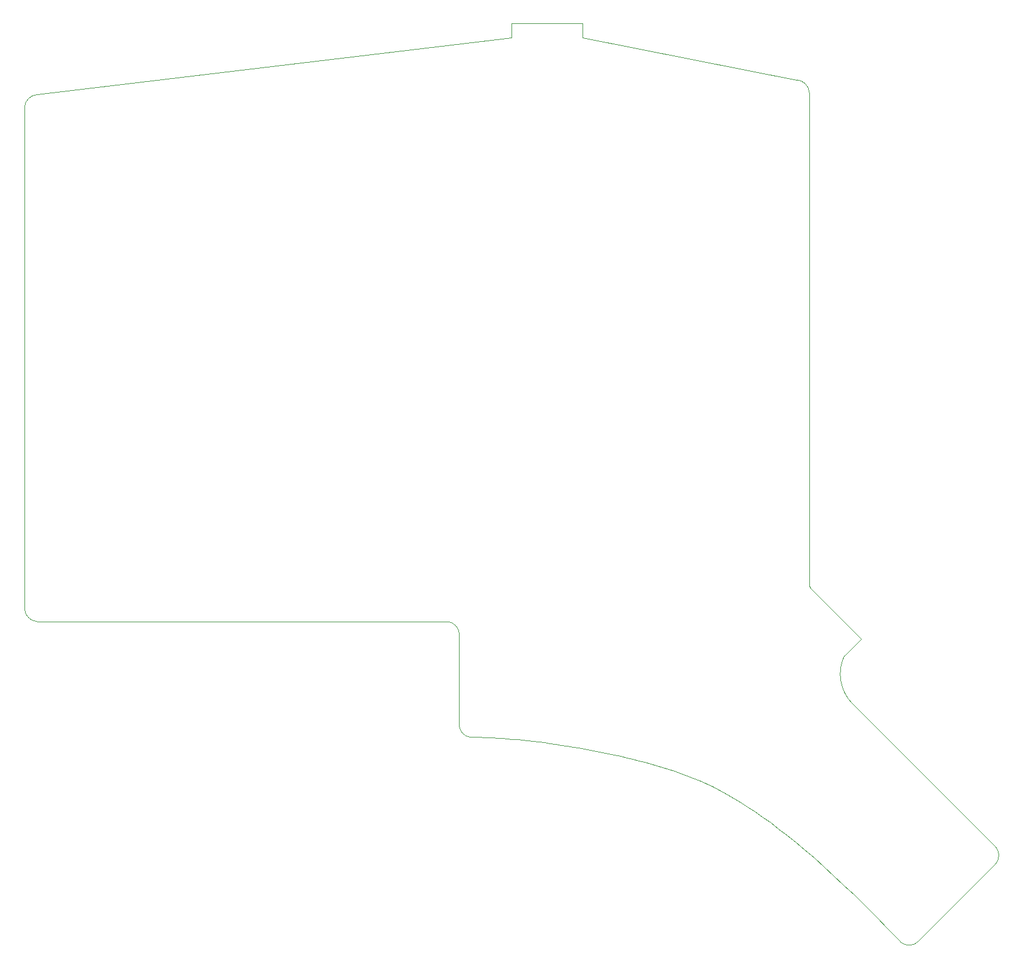
<source format=gbr>
%TF.GenerationSoftware,KiCad,Pcbnew,(6.0.7)*%
%TF.CreationDate,2022-09-06T15:04:58+03:00*%
%TF.ProjectId,retina-left,72657469-6e61-42d6-9c65-66742e6b6963,1.0*%
%TF.SameCoordinates,Original*%
%TF.FileFunction,Profile,NP*%
%FSLAX46Y46*%
G04 Gerber Fmt 4.6, Leading zero omitted, Abs format (unit mm)*
G04 Created by KiCad (PCBNEW (6.0.7)) date 2022-09-06 15:04:58*
%MOMM*%
%LPD*%
G01*
G04 APERTURE LIST*
%ADD10C,0.050000*%
%TA.AperFunction,Profile*%
%ADD11C,0.050000*%
%TD*%
G04 APERTURE END LIST*
D10*
X238790652Y-171626029D02*
X238851594Y-171694687D01*
X238908546Y-171765538D01*
X238961509Y-171838434D01*
X239010484Y-171913224D01*
X239055472Y-171989762D01*
X239096475Y-172067898D01*
X239133494Y-172147484D01*
X239166531Y-172228372D01*
X239195586Y-172310412D01*
X239220660Y-172393457D01*
X239241757Y-172477358D01*
X239258876Y-172561966D01*
X239272018Y-172647132D01*
X239281186Y-172732709D01*
X239286381Y-172818548D01*
X239287603Y-172904500D01*
X239284855Y-172990417D01*
X239278137Y-173076150D01*
X239267451Y-173161551D01*
X239252798Y-173246471D01*
X239234180Y-173330762D01*
X239211598Y-173414275D01*
X239185052Y-173496861D01*
X239154545Y-173578373D01*
X239120078Y-173658661D01*
X239081652Y-173737577D01*
X239039268Y-173814973D01*
X238992928Y-173890700D01*
X238942633Y-173964609D01*
X238888384Y-174036553D01*
X238830183Y-174106382D01*
X238768032Y-174173948D01*
D11*
X219824199Y-142242017D02*
X217438826Y-144627391D01*
D10*
X189096378Y-159714507D02*
X189946230Y-159941006D01*
X190795342Y-160177136D01*
X191645605Y-160425593D01*
X192498912Y-160689073D01*
X193357153Y-160970270D01*
X194222220Y-161271880D01*
X195096005Y-161596600D01*
X195980401Y-161947124D01*
X196877298Y-162326148D01*
X197788588Y-162736367D01*
X198716164Y-163180477D01*
X199661916Y-163661173D01*
X200627736Y-164181151D01*
X201615517Y-164743107D01*
X202627150Y-165349736D01*
X203664527Y-166003733D01*
X204729539Y-166707794D01*
X205824078Y-167464615D01*
X206950036Y-168276891D01*
X208109305Y-169147317D01*
X209303776Y-170078589D01*
X210535341Y-171073402D01*
X211805892Y-172134453D01*
X213117320Y-173264436D01*
X214471518Y-174466048D01*
X215870376Y-175741983D01*
X217315787Y-177094937D01*
X218809643Y-178527605D01*
X220353835Y-180042684D01*
X221950255Y-181642868D01*
X223600794Y-183330853D01*
X225307345Y-185109336D01*
D11*
X101143977Y-66853724D02*
X101143987Y-137993700D01*
X227855264Y-185086716D02*
X238768032Y-174173948D01*
X102929883Y-65067779D02*
G75*
G03*
X101143977Y-66853724I127517J-1913421D01*
G01*
X212466973Y-134515930D02*
G75*
G03*
X212892987Y-135310213I1048227J50830D01*
G01*
X217438863Y-144627408D02*
G75*
G03*
X218614684Y-151450061I5422137J-2578192D01*
G01*
X180320256Y-57030971D02*
X180320256Y-54947384D01*
X162756099Y-141565441D02*
X162756099Y-154364238D01*
X210681099Y-62984073D02*
X180320256Y-57030971D01*
X180320256Y-54947384D02*
X170199992Y-54947384D01*
D10*
X162756169Y-154364238D02*
X162761625Y-154455879D01*
X162771453Y-154546250D01*
X162785547Y-154635245D01*
X162803802Y-154722761D01*
X162826110Y-154808692D01*
X162852367Y-154892936D01*
X162882467Y-154975389D01*
X162916303Y-155055945D01*
X162953769Y-155134501D01*
X162994760Y-155210953D01*
X163039169Y-155285197D01*
X163086891Y-155357129D01*
X163137820Y-155426644D01*
X163191849Y-155493639D01*
X163248873Y-155558010D01*
X163308786Y-155619652D01*
X163371482Y-155678461D01*
X163436855Y-155734333D01*
X163504798Y-155787164D01*
X163575207Y-155836851D01*
X163647975Y-155883288D01*
X163722995Y-155926372D01*
X163800163Y-155965999D01*
X163879372Y-156002065D01*
X163960517Y-156034465D01*
X164043490Y-156063096D01*
X164128187Y-156087854D01*
X164214501Y-156108633D01*
X164302327Y-156125331D01*
X164391558Y-156137843D01*
X164482089Y-156146065D01*
X164573814Y-156149894D01*
D11*
X212892987Y-135310213D02*
X219824199Y-142242017D01*
D10*
X162232977Y-140302602D02*
X162168805Y-140241532D01*
X162101984Y-140183964D01*
X162032658Y-140129956D01*
X161960974Y-140079571D01*
X161887079Y-140032867D01*
X161811120Y-139989907D01*
X161733241Y-139950750D01*
X161653591Y-139915457D01*
X161572314Y-139884089D01*
X161489558Y-139856707D01*
X161405469Y-139833371D01*
X161320194Y-139814141D01*
X161233878Y-139799079D01*
X161146668Y-139788245D01*
X161058711Y-139781700D01*
X160970153Y-139779505D01*
D11*
X101143975Y-137993701D02*
G75*
G03*
X102929903Y-139779625I1913325J127401D01*
G01*
X102929903Y-139779625D02*
X160969997Y-139779514D01*
X170199992Y-57030971D02*
X102929883Y-65067784D01*
X212467025Y-121622161D02*
X212467025Y-134515927D01*
X212467028Y-64770015D02*
G75*
G03*
X210681099Y-62984073I-1913328J-127385D01*
G01*
D10*
X162756039Y-141565441D02*
X162753845Y-141476882D01*
X162747302Y-141388925D01*
X162736471Y-141301715D01*
X162721411Y-141215398D01*
X162702184Y-141130122D01*
X162678851Y-141046033D01*
X162651471Y-140963276D01*
X162620105Y-140881999D01*
X162584815Y-140802347D01*
X162545660Y-140724468D01*
X162502701Y-140648506D01*
X162456000Y-140574610D01*
X162405616Y-140502925D01*
X162351611Y-140433598D01*
X162294044Y-140366774D01*
X162232977Y-140302602D01*
X225307345Y-185109336D02*
X225376003Y-185170278D01*
X225446854Y-185227230D01*
X225519750Y-185280193D01*
X225594540Y-185329168D01*
X225671078Y-185374156D01*
X225749214Y-185415159D01*
X225828800Y-185452178D01*
X225909688Y-185485215D01*
X225991728Y-185514270D01*
X226074773Y-185539345D01*
X226158674Y-185560441D01*
X226243282Y-185577560D01*
X226328448Y-185590703D01*
X226414025Y-185599871D01*
X226499864Y-185605065D01*
X226585816Y-185606288D01*
X226671733Y-185603539D01*
X226757466Y-185596822D01*
X226842867Y-185586136D01*
X226927787Y-185571483D01*
X227012078Y-185552865D01*
X227095591Y-185530282D01*
X227178177Y-185503737D01*
X227259689Y-185473230D01*
X227339977Y-185438762D01*
X227418893Y-185400336D01*
X227496289Y-185357953D01*
X227572016Y-185311612D01*
X227645925Y-185261317D01*
X227717869Y-185207069D01*
X227787698Y-185148868D01*
X227855264Y-185086716D01*
X164573814Y-156149894D02*
X165139414Y-156153373D01*
X165725385Y-156163827D01*
X166330985Y-156181254D01*
X166955471Y-156205655D01*
X167598102Y-156237026D01*
X168258135Y-156275367D01*
X168934829Y-156320676D01*
X169627440Y-156372953D01*
X170335229Y-156432196D01*
X171057451Y-156498403D01*
X171793366Y-156571574D01*
X172542231Y-156651708D01*
X173303305Y-156738802D01*
X174075844Y-156832856D01*
X174859108Y-156933868D01*
X175652354Y-157041838D01*
X176454840Y-157156764D01*
X177265825Y-157278644D01*
X178084565Y-157407478D01*
X178910320Y-157543264D01*
X179742346Y-157686001D01*
X180579903Y-157835688D01*
X181422248Y-157992323D01*
X182268639Y-158155905D01*
X183118333Y-158326433D01*
X183970590Y-158503905D01*
X184824666Y-158688321D01*
X185679821Y-158879679D01*
X186535311Y-159077978D01*
X187390396Y-159283216D01*
X188244332Y-159495393D01*
X189096378Y-159714507D01*
D11*
X170199992Y-54947384D02*
X170199992Y-57030971D01*
X212467025Y-121622161D02*
X212466955Y-64770020D01*
X238790652Y-171626029D02*
X218614684Y-151450061D01*
M02*

</source>
